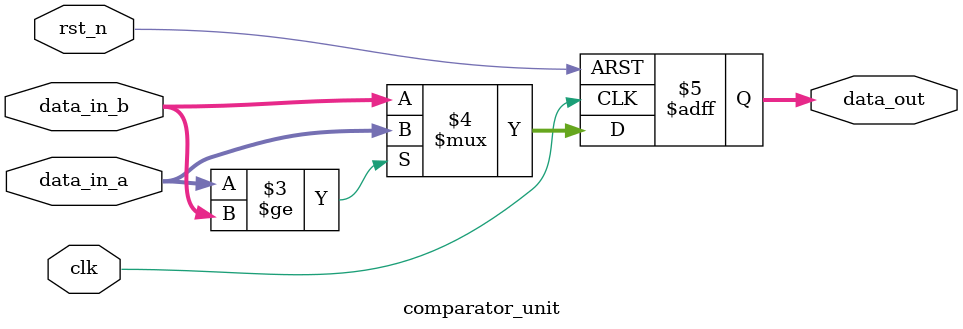
<source format=v>
module pooling(clk,rst_n,feature_in,feature_out
);
input clk;
input rst_n;
input [16*9-1:0]feature_in;
output[8:0]feature_out;

wire[8:0] comparator_wire[30:0];


assign feature_out = comparator_wire[0];
genvar i;

generate
    for(i=0;i<16;i=i+1)begin:comparator_wire_shift
        assign comparator_wire[i+15] = feature_in[i*9+8:i*9];
    end
endgenerate


generate
    for(i=30;i>=1;i=i-2) begin:comparator_module
        comparator_unit my_comparator(
                           .clk(clk),
                           .rst_n(rst_n),
                           .data_in_a(comparator_wire[i]),
                           .data_in_b(comparator_wire[i-1]),
                           .data_out(comparator_wire[(i/2)-1])
                           );
    
    end
endgenerate

endmodule


module comparator_unit(clk,rst_n,data_in_a,data_in_b,data_out);

input clk;
input rst_n;
input [8:0]data_in_a;
input [8:0]data_in_b;
output reg [8:0]data_out;

always @(posedge clk or negedge rst_n)
    begin
       if(!rst_n)
           data_out <= 9'b0;
       else
           data_out <= (data_in_a >= data_in_b)?data_in_a:data_in_b;
    end
endmodule
</source>
